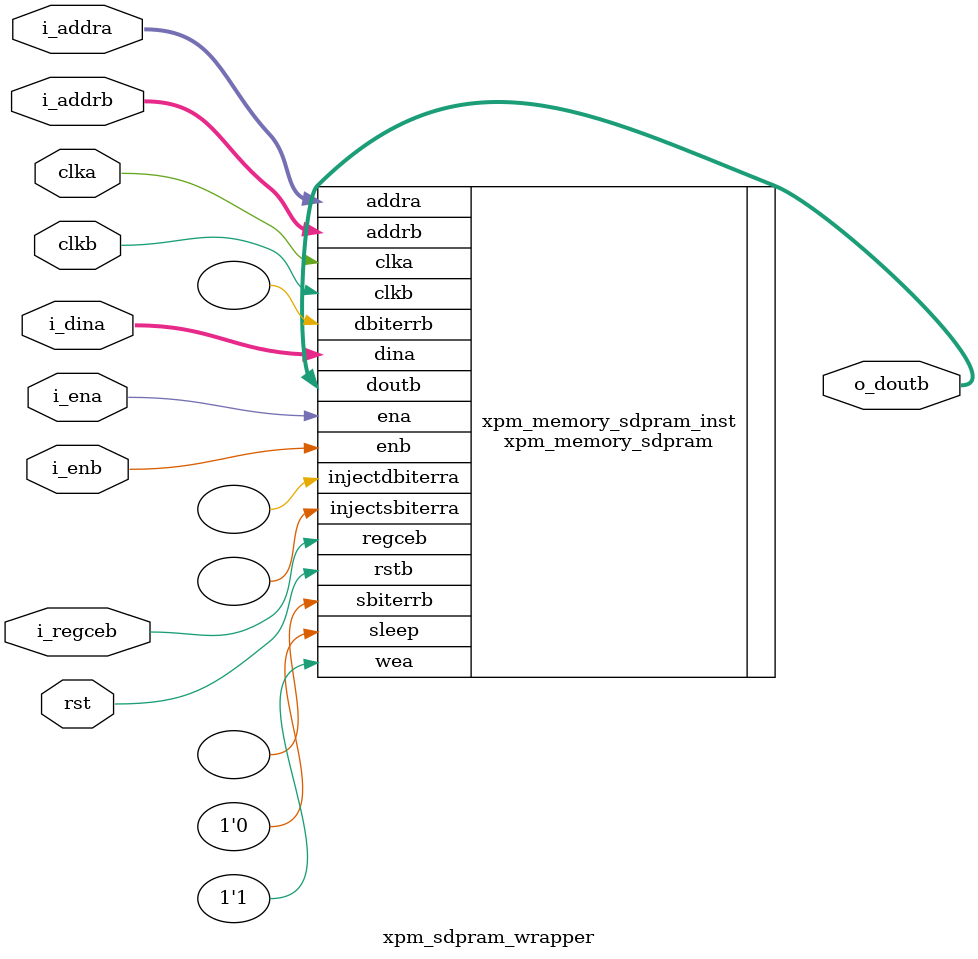
<source format=v>
/***********************************************Copyright@2019*****************************************************

                                        YUSUR CO. LTD. All rights reserved
                                http://www.yusur.tech, http://www.carch.ac.cn

=========================================FILE INFO.===================================================
File Name       : xpm_sdpram_wrapper.v
Last Update     : //
Latest version  :
Descriptions    :
=========================================AUTHOR INFO.=================================================
Created by      : ZengDeqiu
Create date     : 2023/04/29
Version         : v1.00
Descriptions    : simple dual port ram , using xilinx xpm;

========================================UPDATE HISTORY================================================
Modified by     : ZengDeqiu
Modified date   : 2023/06/15 10:31
Version         : v1.10
Descriptions    : modify parameter

------------------------------------------------------------------------------------------------------
(Add more modification logs, separated with '----')

*****************************************Confidential. Do NOT disclose*********************************************/

module xpm_sdpram_wrapper #(
    parameter   RAM_DEPTH       = 32                                                ,   // depth
    parameter   DW              = 32                                                ,   // data width
    parameter   AW              = ($clog2(RAM_DEPTH)>0) ? $clog2(RAM_DEPTH) : 1     ,   // depth 32 -> addr 5?at least 1
    parameter   READ_LATENCY    = 2                                                 ,
    parameter   WRITE_MODE      = "read_first"                                      ,   // Allowed values: no_change, read_first, write_first. Default value = no_change.
    parameter   INIT_FILE       = "none"                                                // "none"--> not use init file
    )
    (
    // clk & rst
    input                                   clka                                    ,
    input                                   clkb                                    ,
    input                                   rst                                     ,
    // write port
    input                                   i_ena                                   ,
    input           [AW  -1 : 0]            i_addra                                 ,
    input           [DW  -1 : 0]            i_dina                                  ,
    // input           [DW/8-1 : 0]            i_wea                                   ,
    // read port
    input                                   i_enb                                   ,
    input           [AW  -1 : 0]            i_addrb                                 ,
    output          [DW  -1 : 0]            o_doutb                                 ,

    input                                   i_regceb
    );

   // xpm_memory_sdpram: Simple Dual Port RAM
   // Xilinx Parameterized Macro, version 2020.2

xpm_memory_sdpram #(
    .ADDR_WIDTH_A               ( AW                ),  // DECIMAL
    .ADDR_WIDTH_B               ( AW                ),  // DECIMAL
    .AUTO_SLEEP_TIME            ( 0                 ),  // DECIMAL
    .BYTE_WRITE_WIDTH_A         ( DW                ),
    .CASCADE_HEIGHT             ( 0                 ),  // DECIMAL
    .CLOCKING_MODE              ( "common_clock"    ),  // String
    .ECC_MODE                   ( "no_ecc"          ),  // String
    .MEMORY_INIT_FILE           ( INIT_FILE         ),  // String
    .MEMORY_INIT_PARAM          ( "0"               ),  // String
    .MEMORY_OPTIMIZATION        ( "true"            ),  // String
    .MEMORY_PRIMITIVE           ( "auto"            ),  // String
    .MEMORY_SIZE                ( RAM_DEPTH * DW    ),  // DECIMAL
    .MESSAGE_CONTROL            ( 0                 ),  // DECIMAL
    .READ_DATA_WIDTH_B          ( DW                ),  // DECIMAL
    .READ_LATENCY_B             ( READ_LATENCY      ),  // READ_LATENCY_B  0
    .READ_RESET_VALUE_B         ( "0"               ),  // String
    .RST_MODE_A                 ( "SYNC"            ),  // String
    .RST_MODE_B                 ( "SYNC"            ),  // String
    .SIM_ASSERT_CHK             ( 0                 ),  // DECIMAL; 0=disable simulation messages, 1=enable simulation messages
    .USE_EMBEDDED_CONSTRAINT    ( 0                 ),  // DECIMAL
    .USE_MEM_INIT               ( 1                 ),  // DECIMAL
    .WAKEUP_TIME                ( "disable_sleep"   ),  // String
    .WRITE_DATA_WIDTH_A         ( DW                ),  // DECIMAL
    .WRITE_MODE_B               ( WRITE_MODE        )   // using read_first , it will read the previous data; but without conflict | Allowed values: no_change, read_first, write_first. Default value = no_change.|
    )
    xpm_memory_sdpram_inst
    (
    .dbiterrb                   (                   ),  // 1-bit output: Status signal to indicate double bit error occurrence
                                                        // on the data output of port B.

    .doutb                      ( o_doutb           ),  // READ_DATA_WIDTH_B-bit output: Data output for port B read operations.

    .sbiterrb                   (                   ),  // 1-bit output: Status signal to indicate single bit error occurrence
                                                        // on the data output of port B.

    .addra                      ( i_addra           ),  // ADDR_WIDTH_A-bit input: Address for port A write operations.

    .addrb                      ( i_addrb           ),  // ADDR_WIDTH_B-bit input: Address for port B read operations.

    .clka                       ( clka              ),  // 1-bit input: Clock signal for port A. Also clocks port B when
                                                        // parameter CLOCKING_MODE is "common_clock".

    .clkb                       ( clkb              ),  // 1-bit input: Clock signal for port B when parameter CLOCKING_MODE is
                                                        // "independent_clock". Unused when parameter CLOCKING_MODE is
                                                        // "common_clock".

    .dina                       ( i_dina            ),  // WRITE_DATA_WIDTH_A-bit input: Data input for port A write operations.

    .ena                        ( i_ena             ),  // 1-bit input: Memory enable signal for port A. Must be high on clock
                                                        // cycles when write operations are initiated. Pipelined internally.

    .enb                        ( i_enb             ),  // 1-bit input: Memory enable signal for port B. Must be high on clock
                                                        // cycles when read operations are initiated. Pipelined internally.

    .injectdbiterra             (                   ),  // 1-bit input: Controls double bit error injection on input data when
                                                        // ECC enabled (Error injection capability is not available in
                                                        // "decode_only" mode).

    .injectsbiterra             (                   ),  // 1-bit input: Controls single bit error injection on input data when
                                                        // ECC enabled (Error injection capability is not available in
                                                        // "decode_only" mode).

    .regceb                     ( i_regceb          ),  // 1-bit input: Clock Enable for the last register stage on the output
                                                        // data path.

    .rstb                       ( rst               ),  // 1-bit input: Reset signal for the final port B output register stage.
                                                        // Synchronously resets output port doutb to the value specified by
                                                        // parameter READ_RESET_VALUE_B.

    .sleep                      ( 1'b0              ),  // 1-bit input: sleep signal to enable the dynamic power saving feature.

    .wea                        ( 1'b1              )   // WRITE_DATA_WIDTH_A/BYTE_WRITE_WIDTH_A-bit input: Write enable vector
                                                        // for port A input data port dina. 1 bit wide when word-wide writes are
                                                        // used. In byte-wide write configurations, each bit controls the
                                                        // writing one byte of dina to address addra. For example, to
                                                        // synchronously write only bits [15-8] of dina when WRITE_DATA_WIDTH_A
                                                        // is 32, wea would be 4'b0010.
    );


endmodule


//////////////////////////////////////


// // XPM_MEMORY instantiation template for Simple Dual Port RAM configurations
// // Refer to the targeted device family architecture libraries guide for XPM_MEMORY documentation
// // =======================================================================================================================

// // Parameter usage table, organized as follows:
// // +---------------------------------------------------------------------------------------------------------------------+
// // | Parameter name       | Data type          | Restrictions, if applicable                                             |
// // |---------------------------------------------------------------------------------------------------------------------|
// // | Description                                                                                                         |
// // +---------------------------------------------------------------------------------------------------------------------+
// // +---------------------------------------------------------------------------------------------------------------------+
// // | ADDR_WIDTH_A         | Integer            | Range: 1 - 20. Default value = 6.                                       |
// // |---------------------------------------------------------------------------------------------------------------------|
// // | Specify the width of the port A address port addra, in bits.                                                        |
// // | Must be large enough to access the entire memory from port A, i.e. &gt;= $clog2(MEMORY_SIZE/WRITE_DATA_WIDTH_A).    |
// // +---------------------------------------------------------------------------------------------------------------------+
// // | ADDR_WIDTH_B         | Integer            | Range: 1 - 20. Default value = 6.                                       |
// // |---------------------------------------------------------------------------------------------------------------------|
// // | Specify the width of the port B address port addrb, in bits.                                                        |
// // | Must be large enough to access the entire memory from port B, i.e. &gt;= $clog2(MEMORY_SIZE/READ_DATA_WIDTH_B).     |
// // +---------------------------------------------------------------------------------------------------------------------+
// // | AUTO_SLEEP_TIME      | Integer            | Range: 0 - 15. Default value = 0.                                       |
// // |---------------------------------------------------------------------------------------------------------------------|
// // | Number of clk[a|b] cycles to auto-sleep, if feature is available in architecture.                                   |
// // |                                                                                                                     |
// // |   0 - Disable auto-sleep feature                                                                                    |
// // |   3-15 - Number of auto-sleep latency cycles                                                                        |
// // |                                                                                                                     |
// // | Do not change from the value provided in the template instantiation.                                                |
// // +---------------------------------------------------------------------------------------------------------------------+
// // | BYTE_WRITE_WIDTH_A   | Integer            | Range: 1 - 4608. Default value = 32.                                    |
// // |---------------------------------------------------------------------------------------------------------------------|
// // | To enable byte-wide writes on port A, specify the byte width, in bits.                                              |
// // |                                                                                                                     |
// // |   8- 8-bit byte-wide writes, legal when WRITE_DATA_WIDTH_A is an integer multiple of 8                              |
// // |   9- 9-bit byte-wide writes, legal when WRITE_DATA_WIDTH_A is an integer multiple of 9                              |
// // |                                                                                                                     |
// // | Or to enable word-wide writes on port A, specify the same value as for WRITE_DATA_WIDTH_A.                          |
// // +---------------------------------------------------------------------------------------------------------------------+
// // | CASCADE_HEIGHT       | Integer            | Range: 0 - 64. Default value = 0.                                       |
// // |---------------------------------------------------------------------------------------------------------------------|
// // | 0- No Cascade Height, Allow Vivado Synthesis to choose.                                                             |
// // | 1 or more - Vivado Synthesis sets the specified value as Cascade Height.                                            |
// // +---------------------------------------------------------------------------------------------------------------------+
// // | CLOCKING_MODE        | String             | Allowed values: common_clock, independent_clock. Default value = common_clock.|
// // |---------------------------------------------------------------------------------------------------------------------|
// // | Designate whether port A and port B are clocked with a common clock or with independent clocks.                     |
// // |                                                                                                                     |
// // |   "common_clock"- Common clocking; clock both port A and port B with clka                                           |
// // |   "independent_clock"- Independent clocking; clock port A with clka and port B with clkb                            |
// // +---------------------------------------------------------------------------------------------------------------------+
// // | ECC_MODE             | String             | Allowed values: no_ecc, both_encode_and_decode, decode_only, encode_only. Default value = no_ecc.|
// // |---------------------------------------------------------------------------------------------------------------------|
// // |                                                                                                                     |
// // |   "no_ecc" - Disables ECC                                                                                           |
// // |   "encode_only" - Enables ECC Encoder only                                                                          |
// // |   "decode_only" - Enables ECC Decoder only                                                                          |
// // |   "both_encode_and_decode" - Enables both ECC Encoder and Decoder                                                   |
// // +---------------------------------------------------------------------------------------------------------------------+
// // | MEMORY_INIT_FILE     | String             | Default value = none.                                                   |
// // |---------------------------------------------------------------------------------------------------------------------|
// // | Specify "none" (including quotes) for no memory initialization, or specify the name of a memory initialization file.|
// // | Enter only the name of the file with .mem extension, including quotes but without path (e.g. "my_file.mem").        |
// // | File format must be ASCII and consist of only hexadecimal values organized into the specified depth by              |
// // | narrowest data width generic value of the memory. See the Memory File (MEM) section for more                        |
// // | information on the syntax. Initialization of memory happens through the file name specified only when parameter     |
// // | MEMORY_INIT_PARAM value is equal to "".                                                                             |
// // | When using XPM_MEMORY in a project, add the specified file to the Vivado project as a design source.                |
// // +---------------------------------------------------------------------------------------------------------------------+
// // | MEMORY_INIT_PARAM    | String             | Default value = 0.                                                      |
// // |---------------------------------------------------------------------------------------------------------------------|
// // | Specify "" or "0" (including quotes) for no memory initialization through parameter, or specify the string          |
// // | containing the hex characters. Enter only hex characters with each location separated by delimiter (,).             |
// // | Parameter format must be ASCII and consist of only hexadecimal values organized into the specified depth by         |
// // | narrowest data width generic value of the memory.For example, if the narrowest data width is 8, and the depth of    |
// // | memory is 8 locations, then the parameter value should be passed as shown below.                                    |
// // | parameter MEMORY_INIT_PARAM = "AB,CD,EF,1,2,34,56,78"                                                               |
// // | Where "AB" is the 0th location and "78" is the 7th location.                                                        |
// // +---------------------------------------------------------------------------------------------------------------------+
// // | MEMORY_OPTIMIZATION  | String             | Allowed values: true, false. Default value = true.                      |
// // |---------------------------------------------------------------------------------------------------------------------|
// // | Specify "true" to enable the optimization of unused memory or bits in the memory structure. Specify "false" to      |
// // | disable the optimization of unused memory or bits in the memory structure.                                          |
// // +---------------------------------------------------------------------------------------------------------------------+
// // | MEMORY_PRIMITIVE     | String             | Allowed values: auto, block, distributed, ultra. Default value = auto.  |
// // |---------------------------------------------------------------------------------------------------------------------|
// // | Designate the memory primitive (resource type) to use.                                                              |
// // |                                                                                                                     |
// // |   "auto"- Allow Vivado Synthesis to choose                                                                          |
// // |   "distributed"- Distributed memory                                                                                 |
// // |   "block"- Block memory                                                                                             |
// // |   "ultra"- Ultra RAM memory                                                                                         |
// // |                                                                                                                     |
// // | NOTE: There may be a behavior mismatch if Block RAM or Ultra RAM specific features, like ECC or Asymmetry, are selected with MEMORY_PRIMITIVE set to "auto".|
// // +---------------------------------------------------------------------------------------------------------------------+
// // | MEMORY_SIZE          | Integer            | Range: 2 - 150994944. Default value = 2048.                             |
// // |---------------------------------------------------------------------------------------------------------------------|
// // | Specify the total memory array size, in bits. For example, enter 65536 for a 2kx32 RAM.                             |
// // |                                                                                                                     |
// // |   When ECC is enabled and set to "encode_only", then the memory size has to be multiples of READ_DATA_WIDTH_B       |
// // |   When ECC is enabled and set to "decode_only", then the memory size has to be multiples of WRITE_DATA_WIDTH_A      |
// // +---------------------------------------------------------------------------------------------------------------------+
// // | MESSAGE_CONTROL      | Integer            | Range: 0 - 1. Default value = 0.                                        |
// // |---------------------------------------------------------------------------------------------------------------------|
// // | Specify 1 to enable the dynamic message reporting such as collision warnings, and 0 to disable the message reporting|
// // +---------------------------------------------------------------------------------------------------------------------+
// // | READ_DATA_WIDTH_B    | Integer            | Range: 1 - 4608. Default value = 32.                                    |
// // |---------------------------------------------------------------------------------------------------------------------|
// // | Specify the width of the port B read data output port doutb, in bits.                                               |
// // |                                                                                                                     |
// // |   When ECC is enabled and set to "encode_only", then READ_DATA_WIDTH_B has to be multiples of 72-bits               |
// // |   When ECC is enabled and set to "decode_only" or "both_encode_and_decode", then READ_DATA_WIDTH_B has to be        |
// // | multiples of 64-bits                                                                                                |
// // +---------------------------------------------------------------------------------------------------------------------+
// // | READ_LATENCY_B       | Integer            | Range: 0 - 100. Default value = 2.                                      |
// // |---------------------------------------------------------------------------------------------------------------------|
// // | Specify the number of register stages in the port B read data pipeline. Read data output to port doutb takes this   |
// // | number of clkb cycles (clka when CLOCKING_MODE is "common_clock").                                                  |
// // | To target block memory, a value of 1 or larger is required- 1 causes use of memory latch only; 2 causes use of      |
// // | output register. To target distributed memory, a value of 0 or larger is required- 0 indicates combinatorial output.|
// // | Values larger than 2 synthesize additional flip-flops that are not retimed into memory primitives.                  |
// // +---------------------------------------------------------------------------------------------------------------------+
// // | READ_RESET_VALUE_B   | String             | Default value = 0.                                                      |
// // |---------------------------------------------------------------------------------------------------------------------|
// // | Specify the reset value of the port B final output register stage in response to rstb input port is assertion.      |
// // | As this parameter is a string, please specify the hex values inside double quotes. As an example,                   |
// // | If the read data width is 8, then specify READ_RESET_VALUE_B = "EA";                                                |
// // | When ECC is enabled, reset value is not supported.                                                                  |
// // +---------------------------------------------------------------------------------------------------------------------+
// // | RST_MODE_A           | String             | Allowed values: SYNC, ASYNC. Default value = SYNC.                      |
// // |---------------------------------------------------------------------------------------------------------------------|
// // | Describes the behaviour of the reset                                                                                |
// // |                                                                                                                     |
// // |   "SYNC" - when reset is applied, synchronously resets output port douta to the value specified by parameter READ_RESET_VALUE_A|
// // |   "ASYNC" - when reset is applied, asynchronously resets output port douta to zero                                  |
// // +---------------------------------------------------------------------------------------------------------------------+
// // | RST_MODE_B           | String             | Allowed values: SYNC, ASYNC. Default value = SYNC.                      |
// // |---------------------------------------------------------------------------------------------------------------------|
// // | Describes the behaviour of the reset                                                                                |
// // |                                                                                                                     |
// // |   "SYNC" - when reset is applied, synchronously resets output port doutb to the value specified by parameter READ_RESET_VALUE_B|
// // |   "ASYNC" - when reset is applied, asynchronously resets output port doutb to zero                                  |
// // +---------------------------------------------------------------------------------------------------------------------+
// // | SIM_ASSERT_CHK       | Integer            | Range: 0 - 1. Default value = 0.                                        |
// // |---------------------------------------------------------------------------------------------------------------------|
// // | 0- Disable simulation message reporting. Messages related to potential misuse will not be reported.                 |
// // | 1- Enable simulation message reporting. Messages related to potential misuse will be reported.                      |
// // +---------------------------------------------------------------------------------------------------------------------+
// // | USE_EMBEDDED_CONSTRAINT| Integer            | Range: 0 - 1. Default value = 0.                                        |
// // |---------------------------------------------------------------------------------------------------------------------|
// // | Specify 1 to enable the set_false_path constraint addition between clka of Distributed RAM and doutb_reg on clkb    |
// // +---------------------------------------------------------------------------------------------------------------------+
// // | USE_MEM_INIT         | Integer            | Range: 0 - 1. Default value = 1.                                        |
// // |---------------------------------------------------------------------------------------------------------------------|
// // | Specify 1 to enable the generation of below message and 0 to disable generation of the following message completely.|
// // | "INFO - MEMORY_INIT_FILE and MEMORY_INIT_PARAM together specifies no memory initialization.                         |
// // | Initial memory contents will be all 0s."                                                                            |
// // | NOTE: This message gets generated only when there is no Memory Initialization specified either through file or      |
// // | Parameter.                                                                                                          |
// // +---------------------------------------------------------------------------------------------------------------------+
// // | WAKEUP_TIME          | String             | Allowed values: disable_sleep, use_sleep_pin. Default value = disable_sleep.|
// // |---------------------------------------------------------------------------------------------------------------------|
// // | Specify "disable_sleep" to disable dynamic power saving option, and specify "use_sleep_pin" to enable the           |
// // | dynamic power saving option                                                                                         |
// // +---------------------------------------------------------------------------------------------------------------------+
// // | WRITE_DATA_WIDTH_A   | Integer            | Range: 1 - 4608. Default value = 32.                                    |
// // |---------------------------------------------------------------------------------------------------------------------|
// // | multiples of 64-bits                                                                                                |
// // | When ECC is enabled and set to "decode_only", then WRITE_DATA_WIDTH_A has to be multiples of 72-bits                |
// // +---------------------------------------------------------------------------------------------------------------------+
// // | WRITE_MODE_B         | String             | Allowed values: no_change, read_first, write_first. Default value = no_change.|
// // |---------------------------------------------------------------------------------------------------------------------|
// // | Write mode behavior for port B output data port, doutb.                                                             |
// // +---------------------------------------------------------------------------------------------------------------------+

// // Port usage table, organized as follows:
// // +---------------------------------------------------------------------------------------------------------------------+
// // | Port name      | Direction | Size, in bits                         | Domain  | Sense       | Handling if unused     |
// // |---------------------------------------------------------------------------------------------------------------------|
// // | Description                                                                                                         |
// // +---------------------------------------------------------------------------------------------------------------------+
// // +---------------------------------------------------------------------------------------------------------------------+
// // | addra          | Input     | ADDR_WIDTH_A                          | clka    | NA          | Required               |
// // |---------------------------------------------------------------------------------------------------------------------|
// // | Address for port A write operations.                                                                                |
// // +---------------------------------------------------------------------------------------------------------------------+
// // | addrb          | Input     | ADDR_WIDTH_B                          | clkb    | NA          | Required               |
// // |---------------------------------------------------------------------------------------------------------------------|
// // | Address for port B read operations.                                                                                 |
// // +---------------------------------------------------------------------------------------------------------------------+
// // | clka           | Input     | 1                                     | NA      | Rising edge | Required               |
// // |---------------------------------------------------------------------------------------------------------------------|
// // | Clock signal for port A. Also clocks port B when parameter CLOCKING_MODE is "common_clock".                         |
// // +---------------------------------------------------------------------------------------------------------------------+
// // | clkb           | Input     | 1                                     | NA      | Rising edge | Required               |
// // |---------------------------------------------------------------------------------------------------------------------|
// // | Clock signal for port B when parameter CLOCKING_MODE is "independent_clock".                                        |
// // | Unused when parameter CLOCKING_MODE is "common_clock".                                                              |
// // +---------------------------------------------------------------------------------------------------------------------+
// // | dbiterrb       | Output    | 1                                     | clkb    | Active-high | DoNotCare              |
// // |---------------------------------------------------------------------------------------------------------------------|
// // | Status signal to indicate double bit error occurrence on the data output of port B.                                 |
// // +---------------------------------------------------------------------------------------------------------------------+
// // | dina           | Input     | WRITE_DATA_WIDTH_A                    | clka    | NA          | Required               |
// // |---------------------------------------------------------------------------------------------------------------------|
// // | Data input for port A write operations.                                                                             |
// // +---------------------------------------------------------------------------------------------------------------------+
// // | doutb          | Output    | READ_DATA_WIDTH_B                     | clkb    | NA          | Required               |
// // |---------------------------------------------------------------------------------------------------------------------|
// // | Data output for port B read operations.                                                                             |
// // +---------------------------------------------------------------------------------------------------------------------+
// // | ena            | Input     | 1                                     | clka    | Active-high | Required               |
// // |---------------------------------------------------------------------------------------------------------------------|
// // | Memory enable signal for port A.                                                                                    |
// // | Must be high on clock cycles when write operations are initiated. Pipelined internally.                             |
// // +---------------------------------------------------------------------------------------------------------------------+
// // | enb            | Input     | 1                                     | clkb    | Active-high | Required               |
// // |---------------------------------------------------------------------------------------------------------------------|
// // | Memory enable signal for port B.                                                                                    |
// // | Must be high on clock cycles when read operations are initiated. Pipelined internally.                              |
// // +---------------------------------------------------------------------------------------------------------------------+
// // | injectdbiterra | Input     | 1                                     | clka    | Active-high | Tie to 1'b0            |
// // |---------------------------------------------------------------------------------------------------------------------|
// // | Controls double bit error injection on input data when ECC enabled (Error injection capability is not available in  |
// // | "decode_only" mode).                                                                                                |
// // +---------------------------------------------------------------------------------------------------------------------+
// // | injectsbiterra | Input     | 1                                     | clka    | Active-high | Tie to 1'b0            |
// // |---------------------------------------------------------------------------------------------------------------------|
// // | Controls single bit error injection on input data when ECC enabled (Error injection capability is not available in  |
// // | "decode_only" mode).                                                                                                |
// // +---------------------------------------------------------------------------------------------------------------------+
// // | regceb         | Input     | 1                                     | clkb    | Active-high | Tie to 1'b1            |
// // |---------------------------------------------------------------------------------------------------------------------|
// // | Clock Enable for the last register stage on the output data path.                                                   |
// // +---------------------------------------------------------------------------------------------------------------------+
// // | rstb           | Input     | 1                                     | clkb    | Active-high | Required               |
// // |---------------------------------------------------------------------------------------------------------------------|
// // | Reset signal for the final port B output register stage.                                                            |
// // | Synchronously resets output port doutb to the value specified by parameter READ_RESET_VALUE_B.                      |
// // +---------------------------------------------------------------------------------------------------------------------+
// // | sbiterrb       | Output    | 1                                     | clkb    | Active-high | DoNotCare              |
// // |---------------------------------------------------------------------------------------------------------------------|
// // | Status signal to indicate single bit error occurrence on the data output of port B.                                 |
// // +---------------------------------------------------------------------------------------------------------------------+
// // | sleep          | Input     | 1                                     | NA      | Active-high | Tie to 1'b0            |
// // |---------------------------------------------------------------------------------------------------------------------|
// // | sleep signal to enable the dynamic power saving feature.                                                            |
// // +---------------------------------------------------------------------------------------------------------------------+
// // | wea            | Input     | WRITE_DATA_WIDTH_A/BYTE_WRITE_WIDTH_A | clka    | Active-high | Required               |
// // |---------------------------------------------------------------------------------------------------------------------|
// // | Write enable vector for port A input data port dina. 1 bit wide when word-wide writes are used.                     |
// // | In byte-wide write configurations, each bit controls the writing one byte of dina to address addra.                 |
// // | For example, to synchronously write only bits [15-8] of dina when WRITE_DATA_WIDTH_A is 32, wea would be 4'b0010.   |
// // +---------------------------------------------------------------------------------------------------------------------+


// // xpm_memory_sdpram : In order to incorporate this function into the design,
// //      Verilog      : the following instance declaration needs to be placed
// //     instance      : in the body of the design code.  The instance name
// //    declaration    : (xpm_memory_sdpram_inst) and/or the port declarations within the
// //       code        : parenthesis may be changed to properly reference and
// //                   : connect this function to the design.  All inputs
// //                   : and outputs must be connected.

// //  Please reference the appropriate libraries guide for additional information on the XPM modules.

// //  <-----Cut code below this line---->

//    // xpm_memory_sdpram: Simple Dual Port RAM
//    // Xilinx Parameterized Macro, version 2020.2

//    xpm_memory_sdpram #(
//       .ADDR_WIDTH_A(6),               // DECIMAL
//       .ADDR_WIDTH_B(6),               // DECIMAL
//       .AUTO_SLEEP_TIME(0),            // DECIMAL
//       .BYTE_WRITE_WIDTH_A(32),        // DECIMAL
//       .CASCADE_HEIGHT(0),             // DECIMAL
//       .CLOCKING_MODE("common_clock"), // String
//       .ECC_MODE("no_ecc"),            // String
//       .MEMORY_INIT_FILE("none"),      // String
//       .MEMORY_INIT_PARAM("0"),        // String
//       .MEMORY_OPTIMIZATION("true"),   // String
//       .MEMORY_PRIMITIVE("auto"),      // String
//       .MEMORY_SIZE(2048),             // DECIMAL
//       .MESSAGE_CONTROL(0),            // DECIMAL
//       .READ_DATA_WIDTH_B(32),         // DECIMAL
//       .READ_LATENCY_B(2),             // DECIMAL
//       .READ_RESET_VALUE_B("0"),       // String
//       .RST_MODE_A("SYNC"),            // String
//       .RST_MODE_B("SYNC"),            // String
//       .SIM_ASSERT_CHK(0),             // DECIMAL; 0=disable simulation messages, 1=enable simulation messages
//       .USE_EMBEDDED_CONSTRAINT(0),    // DECIMAL
//       .USE_MEM_INIT(1),               // DECIMAL
//       .WAKEUP_TIME("disable_sleep"),  // String
//       .WRITE_DATA_WIDTH_A(32),        // DECIMAL
//       .WRITE_MODE_B("no_change")      // String
//    )
//    xpm_memory_sdpram_inst (
//       .dbiterrb(dbiterrb),             // 1-bit output: Status signal to indicate double bit error occurrence
//                                        // on the data output of port B.

//       .doutb(doutb),                   // READ_DATA_WIDTH_B-bit output: Data output for port B read operations.
//       .sbiterrb(sbiterrb),             // 1-bit output: Status signal to indicate single bit error occurrence
//                                        // on the data output of port B.

//       .addra(addra),                   // ADDR_WIDTH_A-bit input: Address for port A write operations.
//       .addrb(addrb),                   // ADDR_WIDTH_B-bit input: Address for port B read operations.
//       .clka(clka),                     // 1-bit input: Clock signal for port A. Also clocks port B when
//                                        // parameter CLOCKING_MODE is "common_clock".

//       .clkb(clkb),                     // 1-bit input: Clock signal for port B when parameter CLOCKING_MODE is
//                                        // "independent_clock". Unused when parameter CLOCKING_MODE is
//                                        // "common_clock".

//       .dina(dina),                     // WRITE_DATA_WIDTH_A-bit input: Data input for port A write operations.
//       .ena(ena),                       // 1-bit input: Memory enable signal for port A. Must be high on clock
//                                        // cycles when write operations are initiated. Pipelined internally.

//       .enb(enb),                       // 1-bit input: Memory enable signal for port B. Must be high on clock
//                                        // cycles when read operations are initiated. Pipelined internally.

//       .injectdbiterra(injectdbiterra), // 1-bit input: Controls double bit error injection on input data when
//                                        // ECC enabled (Error injection capability is not available in
//                                        // "decode_only" mode).

//       .injectsbiterra(injectsbiterra), // 1-bit input: Controls single bit error injection on input data when
//                                        // ECC enabled (Error injection capability is not available in
//                                        // "decode_only" mode).

//       .regceb(regceb),                 // 1-bit input: Clock Enable for the last register stage on the output
//                                        // data path.

//       .rstb(rstb),                     // 1-bit input: Reset signal for the final port B output register stage.
//                                        // Synchronously resets output port doutb to the value specified by
//                                        // parameter READ_RESET_VALUE_B.

//       .sleep(sleep),                   // 1-bit input: sleep signal to enable the dynamic power saving feature.
//       .wea(wea)                        // WRITE_DATA_WIDTH_A/BYTE_WRITE_WIDTH_A-bit input: Write enable vector
//                                        // for port A input data port dina. 1 bit wide when word-wide writes are
//                                        // used. In byte-wide write configurations, each bit controls the
//                                        // writing one byte of dina to address addra. For example, to
//                                        // synchronously write only bits [15-8] of dina when WRITE_DATA_WIDTH_A
//                                        // is 32, wea would be 4'b0010.

//    );

//    // End of xpm_memory_sdpram_inst instantiation

</source>
